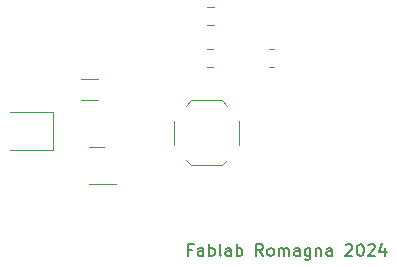
<source format=gbr>
%TF.GenerationSoftware,KiCad,Pcbnew,7.0.5*%
%TF.CreationDate,2024-01-30T14:43:17+01:00*%
%TF.ProjectId,DelaySw,44656c61-7953-4772-9e6b-696361645f70,rev?*%
%TF.SameCoordinates,Original*%
%TF.FileFunction,Legend,Top*%
%TF.FilePolarity,Positive*%
%FSLAX46Y46*%
G04 Gerber Fmt 4.6, Leading zero omitted, Abs format (unit mm)*
G04 Created by KiCad (PCBNEW 7.0.5) date 2024-01-30 14:43:17*
%MOMM*%
%LPD*%
G01*
G04 APERTURE LIST*
%ADD10C,0.150000*%
%ADD11C,0.120000*%
G04 APERTURE END LIST*
D10*
X42453112Y-51797009D02*
X42119779Y-51797009D01*
X42119779Y-52320819D02*
X42119779Y-51320819D01*
X42119779Y-51320819D02*
X42595969Y-51320819D01*
X43405493Y-52320819D02*
X43405493Y-51797009D01*
X43405493Y-51797009D02*
X43357874Y-51701771D01*
X43357874Y-51701771D02*
X43262636Y-51654152D01*
X43262636Y-51654152D02*
X43072160Y-51654152D01*
X43072160Y-51654152D02*
X42976922Y-51701771D01*
X43405493Y-52273200D02*
X43310255Y-52320819D01*
X43310255Y-52320819D02*
X43072160Y-52320819D01*
X43072160Y-52320819D02*
X42976922Y-52273200D01*
X42976922Y-52273200D02*
X42929303Y-52177961D01*
X42929303Y-52177961D02*
X42929303Y-52082723D01*
X42929303Y-52082723D02*
X42976922Y-51987485D01*
X42976922Y-51987485D02*
X43072160Y-51939866D01*
X43072160Y-51939866D02*
X43310255Y-51939866D01*
X43310255Y-51939866D02*
X43405493Y-51892247D01*
X43881684Y-52320819D02*
X43881684Y-51320819D01*
X43881684Y-51701771D02*
X43976922Y-51654152D01*
X43976922Y-51654152D02*
X44167398Y-51654152D01*
X44167398Y-51654152D02*
X44262636Y-51701771D01*
X44262636Y-51701771D02*
X44310255Y-51749390D01*
X44310255Y-51749390D02*
X44357874Y-51844628D01*
X44357874Y-51844628D02*
X44357874Y-52130342D01*
X44357874Y-52130342D02*
X44310255Y-52225580D01*
X44310255Y-52225580D02*
X44262636Y-52273200D01*
X44262636Y-52273200D02*
X44167398Y-52320819D01*
X44167398Y-52320819D02*
X43976922Y-52320819D01*
X43976922Y-52320819D02*
X43881684Y-52273200D01*
X44929303Y-52320819D02*
X44834065Y-52273200D01*
X44834065Y-52273200D02*
X44786446Y-52177961D01*
X44786446Y-52177961D02*
X44786446Y-51320819D01*
X45738827Y-52320819D02*
X45738827Y-51797009D01*
X45738827Y-51797009D02*
X45691208Y-51701771D01*
X45691208Y-51701771D02*
X45595970Y-51654152D01*
X45595970Y-51654152D02*
X45405494Y-51654152D01*
X45405494Y-51654152D02*
X45310256Y-51701771D01*
X45738827Y-52273200D02*
X45643589Y-52320819D01*
X45643589Y-52320819D02*
X45405494Y-52320819D01*
X45405494Y-52320819D02*
X45310256Y-52273200D01*
X45310256Y-52273200D02*
X45262637Y-52177961D01*
X45262637Y-52177961D02*
X45262637Y-52082723D01*
X45262637Y-52082723D02*
X45310256Y-51987485D01*
X45310256Y-51987485D02*
X45405494Y-51939866D01*
X45405494Y-51939866D02*
X45643589Y-51939866D01*
X45643589Y-51939866D02*
X45738827Y-51892247D01*
X46215018Y-52320819D02*
X46215018Y-51320819D01*
X46215018Y-51701771D02*
X46310256Y-51654152D01*
X46310256Y-51654152D02*
X46500732Y-51654152D01*
X46500732Y-51654152D02*
X46595970Y-51701771D01*
X46595970Y-51701771D02*
X46643589Y-51749390D01*
X46643589Y-51749390D02*
X46691208Y-51844628D01*
X46691208Y-51844628D02*
X46691208Y-52130342D01*
X46691208Y-52130342D02*
X46643589Y-52225580D01*
X46643589Y-52225580D02*
X46595970Y-52273200D01*
X46595970Y-52273200D02*
X46500732Y-52320819D01*
X46500732Y-52320819D02*
X46310256Y-52320819D01*
X46310256Y-52320819D02*
X46215018Y-52273200D01*
X48453113Y-52320819D02*
X48119780Y-51844628D01*
X47881685Y-52320819D02*
X47881685Y-51320819D01*
X47881685Y-51320819D02*
X48262637Y-51320819D01*
X48262637Y-51320819D02*
X48357875Y-51368438D01*
X48357875Y-51368438D02*
X48405494Y-51416057D01*
X48405494Y-51416057D02*
X48453113Y-51511295D01*
X48453113Y-51511295D02*
X48453113Y-51654152D01*
X48453113Y-51654152D02*
X48405494Y-51749390D01*
X48405494Y-51749390D02*
X48357875Y-51797009D01*
X48357875Y-51797009D02*
X48262637Y-51844628D01*
X48262637Y-51844628D02*
X47881685Y-51844628D01*
X49024542Y-52320819D02*
X48929304Y-52273200D01*
X48929304Y-52273200D02*
X48881685Y-52225580D01*
X48881685Y-52225580D02*
X48834066Y-52130342D01*
X48834066Y-52130342D02*
X48834066Y-51844628D01*
X48834066Y-51844628D02*
X48881685Y-51749390D01*
X48881685Y-51749390D02*
X48929304Y-51701771D01*
X48929304Y-51701771D02*
X49024542Y-51654152D01*
X49024542Y-51654152D02*
X49167399Y-51654152D01*
X49167399Y-51654152D02*
X49262637Y-51701771D01*
X49262637Y-51701771D02*
X49310256Y-51749390D01*
X49310256Y-51749390D02*
X49357875Y-51844628D01*
X49357875Y-51844628D02*
X49357875Y-52130342D01*
X49357875Y-52130342D02*
X49310256Y-52225580D01*
X49310256Y-52225580D02*
X49262637Y-52273200D01*
X49262637Y-52273200D02*
X49167399Y-52320819D01*
X49167399Y-52320819D02*
X49024542Y-52320819D01*
X49786447Y-52320819D02*
X49786447Y-51654152D01*
X49786447Y-51749390D02*
X49834066Y-51701771D01*
X49834066Y-51701771D02*
X49929304Y-51654152D01*
X49929304Y-51654152D02*
X50072161Y-51654152D01*
X50072161Y-51654152D02*
X50167399Y-51701771D01*
X50167399Y-51701771D02*
X50215018Y-51797009D01*
X50215018Y-51797009D02*
X50215018Y-52320819D01*
X50215018Y-51797009D02*
X50262637Y-51701771D01*
X50262637Y-51701771D02*
X50357875Y-51654152D01*
X50357875Y-51654152D02*
X50500732Y-51654152D01*
X50500732Y-51654152D02*
X50595971Y-51701771D01*
X50595971Y-51701771D02*
X50643590Y-51797009D01*
X50643590Y-51797009D02*
X50643590Y-52320819D01*
X51548351Y-52320819D02*
X51548351Y-51797009D01*
X51548351Y-51797009D02*
X51500732Y-51701771D01*
X51500732Y-51701771D02*
X51405494Y-51654152D01*
X51405494Y-51654152D02*
X51215018Y-51654152D01*
X51215018Y-51654152D02*
X51119780Y-51701771D01*
X51548351Y-52273200D02*
X51453113Y-52320819D01*
X51453113Y-52320819D02*
X51215018Y-52320819D01*
X51215018Y-52320819D02*
X51119780Y-52273200D01*
X51119780Y-52273200D02*
X51072161Y-52177961D01*
X51072161Y-52177961D02*
X51072161Y-52082723D01*
X51072161Y-52082723D02*
X51119780Y-51987485D01*
X51119780Y-51987485D02*
X51215018Y-51939866D01*
X51215018Y-51939866D02*
X51453113Y-51939866D01*
X51453113Y-51939866D02*
X51548351Y-51892247D01*
X52453113Y-51654152D02*
X52453113Y-52463676D01*
X52453113Y-52463676D02*
X52405494Y-52558914D01*
X52405494Y-52558914D02*
X52357875Y-52606533D01*
X52357875Y-52606533D02*
X52262637Y-52654152D01*
X52262637Y-52654152D02*
X52119780Y-52654152D01*
X52119780Y-52654152D02*
X52024542Y-52606533D01*
X52453113Y-52273200D02*
X52357875Y-52320819D01*
X52357875Y-52320819D02*
X52167399Y-52320819D01*
X52167399Y-52320819D02*
X52072161Y-52273200D01*
X52072161Y-52273200D02*
X52024542Y-52225580D01*
X52024542Y-52225580D02*
X51976923Y-52130342D01*
X51976923Y-52130342D02*
X51976923Y-51844628D01*
X51976923Y-51844628D02*
X52024542Y-51749390D01*
X52024542Y-51749390D02*
X52072161Y-51701771D01*
X52072161Y-51701771D02*
X52167399Y-51654152D01*
X52167399Y-51654152D02*
X52357875Y-51654152D01*
X52357875Y-51654152D02*
X52453113Y-51701771D01*
X52929304Y-51654152D02*
X52929304Y-52320819D01*
X52929304Y-51749390D02*
X52976923Y-51701771D01*
X52976923Y-51701771D02*
X53072161Y-51654152D01*
X53072161Y-51654152D02*
X53215018Y-51654152D01*
X53215018Y-51654152D02*
X53310256Y-51701771D01*
X53310256Y-51701771D02*
X53357875Y-51797009D01*
X53357875Y-51797009D02*
X53357875Y-52320819D01*
X54262637Y-52320819D02*
X54262637Y-51797009D01*
X54262637Y-51797009D02*
X54215018Y-51701771D01*
X54215018Y-51701771D02*
X54119780Y-51654152D01*
X54119780Y-51654152D02*
X53929304Y-51654152D01*
X53929304Y-51654152D02*
X53834066Y-51701771D01*
X54262637Y-52273200D02*
X54167399Y-52320819D01*
X54167399Y-52320819D02*
X53929304Y-52320819D01*
X53929304Y-52320819D02*
X53834066Y-52273200D01*
X53834066Y-52273200D02*
X53786447Y-52177961D01*
X53786447Y-52177961D02*
X53786447Y-52082723D01*
X53786447Y-52082723D02*
X53834066Y-51987485D01*
X53834066Y-51987485D02*
X53929304Y-51939866D01*
X53929304Y-51939866D02*
X54167399Y-51939866D01*
X54167399Y-51939866D02*
X54262637Y-51892247D01*
X55453114Y-51416057D02*
X55500733Y-51368438D01*
X55500733Y-51368438D02*
X55595971Y-51320819D01*
X55595971Y-51320819D02*
X55834066Y-51320819D01*
X55834066Y-51320819D02*
X55929304Y-51368438D01*
X55929304Y-51368438D02*
X55976923Y-51416057D01*
X55976923Y-51416057D02*
X56024542Y-51511295D01*
X56024542Y-51511295D02*
X56024542Y-51606533D01*
X56024542Y-51606533D02*
X55976923Y-51749390D01*
X55976923Y-51749390D02*
X55405495Y-52320819D01*
X55405495Y-52320819D02*
X56024542Y-52320819D01*
X56643590Y-51320819D02*
X56738828Y-51320819D01*
X56738828Y-51320819D02*
X56834066Y-51368438D01*
X56834066Y-51368438D02*
X56881685Y-51416057D01*
X56881685Y-51416057D02*
X56929304Y-51511295D01*
X56929304Y-51511295D02*
X56976923Y-51701771D01*
X56976923Y-51701771D02*
X56976923Y-51939866D01*
X56976923Y-51939866D02*
X56929304Y-52130342D01*
X56929304Y-52130342D02*
X56881685Y-52225580D01*
X56881685Y-52225580D02*
X56834066Y-52273200D01*
X56834066Y-52273200D02*
X56738828Y-52320819D01*
X56738828Y-52320819D02*
X56643590Y-52320819D01*
X56643590Y-52320819D02*
X56548352Y-52273200D01*
X56548352Y-52273200D02*
X56500733Y-52225580D01*
X56500733Y-52225580D02*
X56453114Y-52130342D01*
X56453114Y-52130342D02*
X56405495Y-51939866D01*
X56405495Y-51939866D02*
X56405495Y-51701771D01*
X56405495Y-51701771D02*
X56453114Y-51511295D01*
X56453114Y-51511295D02*
X56500733Y-51416057D01*
X56500733Y-51416057D02*
X56548352Y-51368438D01*
X56548352Y-51368438D02*
X56643590Y-51320819D01*
X57357876Y-51416057D02*
X57405495Y-51368438D01*
X57405495Y-51368438D02*
X57500733Y-51320819D01*
X57500733Y-51320819D02*
X57738828Y-51320819D01*
X57738828Y-51320819D02*
X57834066Y-51368438D01*
X57834066Y-51368438D02*
X57881685Y-51416057D01*
X57881685Y-51416057D02*
X57929304Y-51511295D01*
X57929304Y-51511295D02*
X57929304Y-51606533D01*
X57929304Y-51606533D02*
X57881685Y-51749390D01*
X57881685Y-51749390D02*
X57310257Y-52320819D01*
X57310257Y-52320819D02*
X57929304Y-52320819D01*
X58786447Y-51654152D02*
X58786447Y-52320819D01*
X58548352Y-51273200D02*
X58310257Y-51987485D01*
X58310257Y-51987485D02*
X58929304Y-51987485D01*
D11*
%TO.C,C1*%
X44269252Y-32739000D02*
X43746748Y-32739000D01*
X44269252Y-31269000D02*
X43746748Y-31269000D01*
%TO.C,Q1*%
X34368500Y-46264000D02*
X36043500Y-46264000D01*
X34368500Y-46264000D02*
X33718500Y-46264000D01*
X34368500Y-43144000D02*
X35018500Y-43144000D01*
X34368500Y-43144000D02*
X33718500Y-43144000D01*
%TO.C,R3*%
X33054936Y-37317000D02*
X34509064Y-37317000D01*
X33054936Y-39137000D02*
X34509064Y-39137000D01*
%TO.C,D2*%
X30648000Y-43383000D02*
X30648000Y-40183000D01*
X27048000Y-43383000D02*
X30648000Y-43383000D01*
X27048000Y-40183000D02*
X30648000Y-40183000D01*
%TO.C,R1*%
X49376064Y-36295000D02*
X48921936Y-36295000D01*
X49376064Y-34825000D02*
X48921936Y-34825000D01*
%TO.C,SW1*%
X46438000Y-42910000D02*
X46438000Y-40910000D01*
X45438000Y-44210000D02*
X44988000Y-44660000D01*
X45438000Y-39610000D02*
X44988000Y-39160000D01*
X44988000Y-44660000D02*
X42388000Y-44660000D01*
X44988000Y-39160000D02*
X42388000Y-39160000D01*
X41938000Y-44210000D02*
X42388000Y-44660000D01*
X41938000Y-39610000D02*
X42388000Y-39160000D01*
X40938000Y-42910000D02*
X40938000Y-40910000D01*
%TO.C,R2*%
X44192564Y-36295000D02*
X43738436Y-36295000D01*
X44192564Y-34825000D02*
X43738436Y-34825000D01*
%TD*%
M02*

</source>
